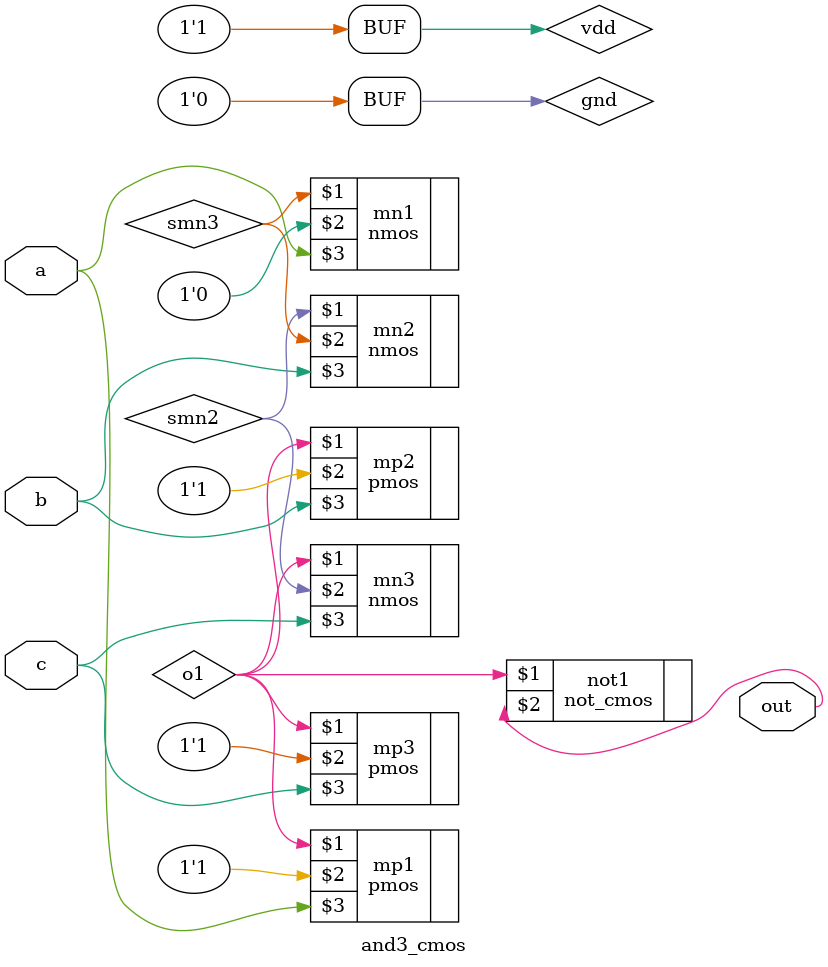
<source format=v>
module and3_cmos(
    input a , b, c,
    output out 
);

supply1 vdd;
supply0 gnd;

// nand : 
pmos mp1 (o1 , vdd , a );
pmos mp2 (o1 , vdd , b );
pmos mp3 (o1 , vdd , c );

nmos mn3 (o1 , smn2 , c );
nmos mn2 (smn2 , smn3 , b);
nmos mn1 (smn3 , gnd , a);

// not : 
not_cmos not1(o1 , out );

endmodule
</source>
